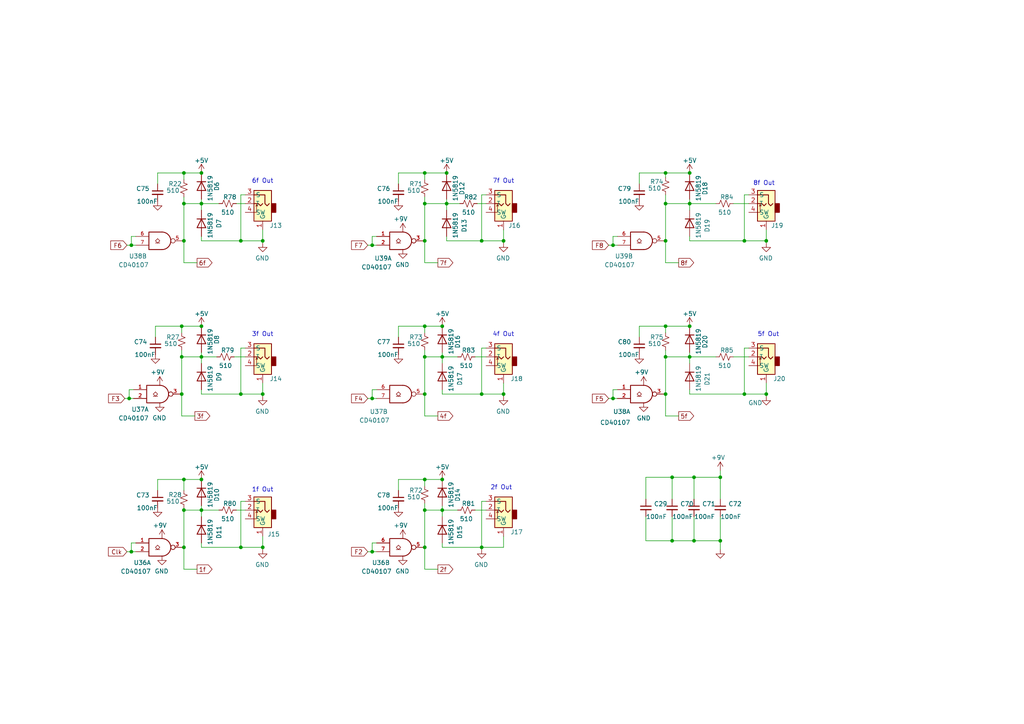
<source format=kicad_sch>
(kicad_sch (version 20211123) (generator eeschema)
  (paper "A4")
  (lib_symbols
    (symbol "Device:C_Small" (pin_numbers hide) (pin_names (offset 0.254) hide)
      (property "Reference" "C" (at 0.254 1.778 0))
      (property "Value" "C_Small" (at 0.254 -2.032 0))
      (symbol "C_Small_0_1"
        (polyline (pts (xy -1.524 -0.508) (xy 1.524 -0.508)) (stroke (width 0.3302)))
        (polyline (pts (xy -1.524 0.508) (xy 1.524 0.508)) (stroke (width 0.3048)))
      )
      (symbol "C_Small_1_1"
        (pin passive line (at 0 2.54 270) (length 2.032) (name "~") (number "1"))
        (pin passive line (at 0 -2.54 90) (length 2.032) (name "~") (number "2"))
      )
    )
    (symbol "Device:R_Small_US" (pin_numbers hide) (pin_names (offset 0.254) hide)
      (property "Reference" "R" (at 0.762 0.508 0))
      (property "Value" "R_Small_US" (at 0.762 -1.016 0))
      (symbol "R_Small_US_1_1"
        (polyline (pts (xy 0 0) (xy 1.016 -0.381) (xy 0 -0.762) (xy -1.016 -1.143) (xy 0 -1.524)))
        (polyline (pts (xy 0 1.524) (xy 1.016 1.143) (xy 0 0.762) (xy -1.016 0.381) (xy 0 0)))
        (pin passive line (at 0 2.54 270) (length 1.016) (name "~") (number "1"))
        (pin passive line (at 0 -2.54 90) (length 1.016) (name "~") (number "2"))
      )
    )
    (symbol "Diode:1N4148" (pin_numbers hide) (pin_names (offset 1.016) hide)
      (property "Reference" "D" (at 0 2.54 0))
      (property "Value" "1N4148" (at 0 -2.54 0))
      (symbol "1N4148_0_1"
        (polyline (pts (xy -1.27 1.27) (xy -1.27 -1.27)) (stroke (width 0.254)))
        (polyline (pts (xy 1.27 0) (xy -1.27 0)))
        (polyline (pts (xy 1.27 1.27) (xy 1.27 -1.27) (xy -1.27 0) (xy 1.27 1.27)) (stroke (width 0.254)))
      )
      (symbol "1N4148_1_1"
        (pin passive line (at -3.81 0 0) (length 2.54) (name "K") (number "1"))
        (pin passive line (at 3.81 0 180) (length 2.54) (name "A") (number "2"))
      )
    )
    (symbol "greenface-symbols:CD40107" (pin_names (offset 1.016))
      (property "Reference" "U" (at -2.54 3.81 0))
      (property "Value" "CD40107" (at 0 -3.81 0))
      (symbol "CD40107_0_1"
        (arc (start 0 -2.54) (mid 2.54 0) (end 0 2.54) (stroke (width 0.254)))
        (polyline (pts (xy -1.905 -0.635) (xy -0.635 -0.635)))
        (polyline (pts (xy 0 -2.54) (xy -3.81 -2.54) (xy -3.81 2.54) (xy 0 2.54)) (stroke (width 0.254)))
        (polyline (pts (xy -1.27 0.635) (xy -1.905 0) (xy -1.27 -0.635) (xy -0.635 0) (xy -1.27 0.635)))
        (pin power_in line (at 0 -2.54 270) (length 0) hide (name "GND") (number "4"))
        (pin power_in line (at 0 2.54 90) (length 0) hide (name "VCC") (number "8"))
      )
      (symbol "CD40107_1_1"
        (pin input line (at -7.62 1.27 0) (length 3.81) (name "~") (number "1"))
        (pin input line (at -7.62 -1.27 0) (length 3.81) (name "~") (number "2"))
        (pin open_collector inverted (at 6.35 0 180) (length 3.81) (name "~") (number "3"))
      )
      (symbol "CD40107_2_1"
        (pin open_collector inverted (at 6.35 0 180) (length 3.81) (name "~") (number "5"))
        (pin input line (at -7.62 1.27 0) (length 3.81) (name "~") (number "6"))
        (pin input line (at -7.62 -1.27 0) (length 3.81) (name "~") (number "7"))
      )
    )
    (symbol "greenface-symbols:Molex_47257"
      (property "Reference" "J" (at 0 8.89 0))
      (property "Value" "Molex_47257" (at 0 6.35 0))
      (symbol "Molex_47257_0_1"
        (rectangle (start -2.54 0) (end -3.81 -2.54) (stroke (width 0.254)) (fill (type outline)))
        (polyline (pts (xy 1.778 -0.254) (xy 2.032 -0.762)))
        (polyline (pts (xy 0 0) (xy 0.635 -0.635) (xy 1.27 0) (xy 2.54 0)) (stroke (width 0.254)))
        (polyline (pts (xy 2.54 -2.54) (xy 1.778 -2.54) (xy 1.778 -0.254) (xy 1.524 -0.762)))
        (polyline (pts (xy 2.54 2.54) (xy -0.635 2.54) (xy -0.635 0) (xy -1.27 -0.635) (xy -1.905 0)) (stroke (width 0.254)))
        (rectangle (start 2.54 3.81) (end -2.54 -5.08) (stroke (width 0.254)) (fill (type background)))
      )
      (symbol "Molex_47257_1_1"
        (pin passive line (at 0 -7.62 90) (length 2.54) (name "G") (number "1"))
        (pin passive line (at 5.08 0 180) (length 2.54) (name "T") (number "2"))
        (pin passive line (at 5.08 2.54 180) (length 2.54) (name "S") (number "3"))
        (pin passive line (at 5.08 -2.54 180) (length 2.54) (name "SW") (number "4"))
      )
    )
    (symbol "power:+5V" (power) (pin_names (offset 0))
      (property "Value" "+5V" (at 0 3.556 0))
      (symbol "+5V_0_1"
        (polyline (pts (xy -0.762 1.27) (xy 0 2.54)))
        (polyline (pts (xy 0 0) (xy 0 2.54)))
        (polyline (pts (xy 0 2.54) (xy 0.762 1.27)))
      )
      (symbol "+5V_1_1"
        (pin power_in line (at 0 0 90) (length 0) hide (name "+5V") (number "1"))
      )
    )
    (symbol "power:+9V" (power) (pin_names (offset 0))
      (property "Value" "+9V" (at 0 3.556 0))
      (symbol "+9V_0_1"
        (polyline (pts (xy -0.762 1.27) (xy 0 2.54)))
        (polyline (pts (xy 0 0) (xy 0 2.54)))
        (polyline (pts (xy 0 2.54) (xy 0.762 1.27)))
      )
      (symbol "+9V_1_1"
        (pin power_in line (at 0 0 90) (length 0) hide (name "+9V") (number "1"))
      )
    )
    (symbol "power:GND" (power) (pin_names (offset 0))
      (property "Value" "GND" (at 0 -3.81 0))
      (symbol "GND_0_1"
        (polyline (pts (xy 0 0) (xy 0 -1.27) (xy 1.27 -1.27) (xy 0 -2.54) (xy -1.27 -1.27) (xy 0 -1.27)))
      )
      (symbol "GND_1_1"
        (pin power_in line (at 0 0 270) (length 0) hide (name "GND") (number "1"))
      )
    )
  )
  (junction (at 38.1 160.02))
  (junction (at 193.04 69.85))
  (junction (at 58.42 103.505))
  (junction (at 208.915 156.845))
  (junction (at 193.04 103.505))
  (junction (at 193.04 94.615))
  (junction (at 52.705 114.3))
  (junction (at 38.1 71.12))
  (junction (at 123.19 139.065))
  (junction (at 107.95 160.02))
  (junction (at 76.2 158.75))
  (junction (at 123.19 69.85))
  (junction (at 200.025 50.165))
  (junction (at 58.42 59.055))
  (junction (at 53.34 139.065))
  (junction (at 222.25 69.85))
  (junction (at 123.19 50.165))
  (junction (at 200.025 103.505))
  (junction (at 194.945 138.43))
  (junction (at 123.19 147.955))
  (junction (at 146.05 114.3))
  (junction (at 69.85 158.75))
  (junction (at 139.7 158.75))
  (junction (at 52.705 103.505))
  (junction (at 177.8 115.57))
  (junction (at 58.42 139.065))
  (junction (at 193.04 114.3))
  (junction (at 128.27 103.505))
  (junction (at 37.465 115.57))
  (junction (at 129.54 50.165))
  (junction (at 139.7 114.3))
  (junction (at 58.42 50.165))
  (junction (at 53.34 59.055))
  (junction (at 200.025 94.615))
  (junction (at 123.19 59.055))
  (junction (at 123.19 103.505))
  (junction (at 53.34 50.165))
  (junction (at 53.34 147.955))
  (junction (at 193.04 50.165))
  (junction (at 123.19 158.75))
  (junction (at 129.54 59.055))
  (junction (at 58.42 94.615))
  (junction (at 208.915 138.43))
  (junction (at 52.705 94.615))
  (junction (at 58.42 147.955))
  (junction (at 194.945 156.845))
  (junction (at 53.34 69.85))
  (junction (at 107.95 71.12))
  (junction (at 76.2 114.3))
  (junction (at 201.295 138.43))
  (junction (at 215.9 114.3))
  (junction (at 128.27 147.955))
  (junction (at 200.025 59.055))
  (junction (at 107.95 115.57))
  (junction (at 69.85 69.85))
  (junction (at 177.8 71.12))
  (junction (at 69.85 114.3))
  (junction (at 146.05 69.85))
  (junction (at 123.19 114.3))
  (junction (at 193.04 59.055))
  (junction (at 215.9 69.85))
  (junction (at 76.2 69.85))
  (junction (at 53.34 158.75))
  (junction (at 201.295 156.845))
  (junction (at 128.27 94.615))
  (junction (at 139.7 69.85))
  (junction (at 128.27 139.065))
  (junction (at 222.25 114.3))
  (junction (at 123.19 94.615))
  (wire (pts (xy 193.04 101.6) (xy 193.04 103.505)))
  (wire (pts (xy 115.57 97.79) (xy 115.57 94.615)))
  (wire (pts (xy 200.025 114.3) (xy 215.9 114.3)))
  (wire (pts (xy 39.37 157.48) (xy 38.1 157.48)))
  (wire (pts (xy 123.19 165.1) (xy 123.19 158.75)))
  (wire (pts (xy 76.2 69.85) (xy 76.2 70.485)))
  (wire (pts (xy 177.8 113.03) (xy 177.8 115.57)))
  (wire (pts (xy 222.25 69.85) (xy 222.25 70.485)))
  (wire (pts (xy 179.07 68.58) (xy 177.8 68.58)))
  (wire (pts (xy 129.54 59.055) (xy 133.35 59.055)))
  (wire (pts (xy 45.72 50.165) (xy 53.34 50.165)))
  (wire (pts (xy 200.025 103.505) (xy 207.645 103.505)))
  (wire (pts (xy 128.27 102.235) (xy 128.27 103.505)))
  (wire (pts (xy 71.12 56.515) (xy 69.85 56.515)))
  (wire (pts (xy 45.72 53.34) (xy 45.72 50.165)))
  (wire (pts (xy 146.05 66.675) (xy 146.05 69.85)))
  (wire (pts (xy 128.27 103.505) (xy 132.715 103.505)))
  (wire (pts (xy 196.85 76.2) (xy 193.04 76.2)))
  (wire (pts (xy 58.42 158.75) (xy 69.85 158.75)))
  (wire (pts (xy 123.19 103.505) (xy 128.27 103.505)))
  (wire (pts (xy 128.27 103.505) (xy 128.27 105.41)))
  (wire (pts (xy 52.705 103.505) (xy 52.705 114.3)))
  (wire (pts (xy 58.42 69.85) (xy 69.85 69.85)))
  (wire (pts (xy 123.19 140.97) (xy 123.19 139.065)))
  (wire (pts (xy 69.85 114.3) (xy 76.2 114.3)))
  (wire (pts (xy 215.9 69.85) (xy 222.25 69.85)))
  (wire (pts (xy 201.295 156.845) (xy 208.915 156.845)))
  (wire (pts (xy 115.57 142.24) (xy 115.57 139.065)))
  (wire (pts (xy 38.1 160.02) (xy 39.37 160.02)))
  (wire (pts (xy 222.25 114.3) (xy 222.25 114.935)))
  (wire (pts (xy 53.34 50.165) (xy 58.42 50.165)))
  (wire (pts (xy 123.19 94.615) (xy 128.27 94.615)))
  (wire (pts (xy 45.72 139.065) (xy 53.34 139.065)))
  (wire (pts (xy 68.58 59.055) (xy 71.12 59.055)))
  (wire (pts (xy 53.34 59.055) (xy 58.42 59.055)))
  (wire (pts (xy 58.42 147.955) (xy 63.5 147.955)))
  (wire (pts (xy 127 76.2) (xy 123.19 76.2)))
  (wire (pts (xy 215.9 114.3) (xy 222.25 114.3)))
  (wire (pts (xy 128.27 113.03) (xy 128.27 114.3)))
  (wire (pts (xy 109.22 113.03) (xy 107.95 113.03)))
  (wire (pts (xy 58.42 146.685) (xy 58.42 147.955)))
  (wire (pts (xy 193.04 50.165) (xy 200.025 50.165)))
  (wire (pts (xy 212.725 103.505) (xy 217.17 103.505)))
  (wire (pts (xy 38.1 68.58) (xy 38.1 71.12)))
  (wire (pts (xy 127 120.65) (xy 123.19 120.65)))
  (wire (pts (xy 38.1 157.48) (xy 38.1 160.02)))
  (wire (pts (xy 215.9 56.515) (xy 215.9 69.85)))
  (wire (pts (xy 177.8 71.12) (xy 179.07 71.12)))
  (wire (pts (xy 200.025 69.85) (xy 215.9 69.85)))
  (wire (pts (xy 146.05 69.85) (xy 146.05 70.485)))
  (wire (pts (xy 201.295 149.86) (xy 201.295 156.845)))
  (wire (pts (xy 76.2 111.125) (xy 76.2 114.3)))
  (wire (pts (xy 69.85 100.965) (xy 69.85 114.3)))
  (wire (pts (xy 193.04 51.435) (xy 193.04 50.165)))
  (wire (pts (xy 139.7 114.3) (xy 146.05 114.3)))
  (wire (pts (xy 58.42 114.3) (xy 69.85 114.3)))
  (wire (pts (xy 128.27 147.955) (xy 132.715 147.955)))
  (wire (pts (xy 58.42 157.48) (xy 58.42 158.75)))
  (wire (pts (xy 193.04 59.055) (xy 193.04 69.85)))
  (wire (pts (xy 37.465 115.57) (xy 38.735 115.57)))
  (wire (pts (xy 193.04 120.65) (xy 193.04 114.3)))
  (wire (pts (xy 53.34 147.955) (xy 58.42 147.955)))
  (wire (pts (xy 69.85 69.85) (xy 76.2 69.85)))
  (wire (pts (xy 200.025 103.505) (xy 200.025 105.41)))
  (wire (pts (xy 185.42 94.615) (xy 193.04 94.615)))
  (wire (pts (xy 193.04 56.515) (xy 193.04 59.055)))
  (wire (pts (xy 139.7 69.85) (xy 146.05 69.85)))
  (wire (pts (xy 123.19 147.955) (xy 128.27 147.955)))
  (wire (pts (xy 208.915 136.525) (xy 208.915 138.43)))
  (wire (pts (xy 67.945 103.505) (xy 71.12 103.505)))
  (wire (pts (xy 215.9 100.965) (xy 215.9 114.3)))
  (wire (pts (xy 123.19 50.165) (xy 129.54 50.165)))
  (wire (pts (xy 123.19 139.065) (xy 128.27 139.065)))
  (wire (pts (xy 53.34 165.1) (xy 53.34 158.75)))
  (wire (pts (xy 200.025 68.58) (xy 200.025 69.85)))
  (wire (pts (xy 58.42 59.055) (xy 63.5 59.055)))
  (wire (pts (xy 123.19 59.055) (xy 123.19 69.85)))
  (wire (pts (xy 200.025 102.235) (xy 200.025 103.505)))
  (wire (pts (xy 138.43 59.055) (xy 140.97 59.055)))
  (wire (pts (xy 53.34 147.32) (xy 53.34 147.955)))
  (wire (pts (xy 58.42 68.58) (xy 58.42 69.85)))
  (wire (pts (xy 128.27 157.48) (xy 128.27 158.75)))
  (wire (pts (xy 57.15 76.2) (xy 53.34 76.2)))
  (wire (pts (xy 69.85 56.515) (xy 69.85 69.85)))
  (wire (pts (xy 37.465 113.03) (xy 37.465 115.57)))
  (wire (pts (xy 38.1 71.12) (xy 39.37 71.12)))
  (wire (pts (xy 106.68 115.57) (xy 107.95 115.57)))
  (wire (pts (xy 201.295 138.43) (xy 201.295 144.78)))
  (wire (pts (xy 45.085 94.615) (xy 52.705 94.615)))
  (wire (pts (xy 53.34 57.15) (xy 53.34 59.055)))
  (wire (pts (xy 128.27 114.3) (xy 139.7 114.3)))
  (wire (pts (xy 201.295 138.43) (xy 208.915 138.43)))
  (wire (pts (xy 53.34 142.24) (xy 53.34 139.065)))
  (wire (pts (xy 71.12 145.415) (xy 69.85 145.415)))
  (wire (pts (xy 57.15 165.1) (xy 53.34 165.1)))
  (wire (pts (xy 179.07 113.03) (xy 177.8 113.03)))
  (wire (pts (xy 68.58 147.955) (xy 71.12 147.955)))
  (wire (pts (xy 208.915 149.86) (xy 208.915 156.845)))
  (wire (pts (xy 53.34 139.065) (xy 58.42 139.065)))
  (wire (pts (xy 53.34 76.2) (xy 53.34 69.85)))
  (wire (pts (xy 217.17 100.965) (xy 215.9 100.965)))
  (wire (pts (xy 222.25 66.675) (xy 222.25 69.85)))
  (wire (pts (xy 76.2 66.675) (xy 76.2 69.85)))
  (wire (pts (xy 52.705 120.65) (xy 52.705 114.3)))
  (wire (pts (xy 194.945 149.86) (xy 194.945 156.845)))
  (wire (pts (xy 187.325 149.86) (xy 187.325 156.845)))
  (wire (pts (xy 58.42 103.505) (xy 58.42 105.41)))
  (wire (pts (xy 177.8 115.57) (xy 179.07 115.57)))
  (wire (pts (xy 123.19 52.07) (xy 123.19 50.165)))
  (wire (pts (xy 187.325 156.845) (xy 194.945 156.845)))
  (wire (pts (xy 129.54 57.785) (xy 129.54 59.055)))
  (wire (pts (xy 208.915 138.43) (xy 208.915 144.78)))
  (wire (pts (xy 58.42 147.955) (xy 58.42 149.86)))
  (wire (pts (xy 194.945 138.43) (xy 194.945 144.78)))
  (wire (pts (xy 52.705 96.52) (xy 52.705 94.615)))
  (wire (pts (xy 107.95 157.48) (xy 107.95 160.02)))
  (wire (pts (xy 38.735 113.03) (xy 37.465 113.03)))
  (wire (pts (xy 222.25 111.125) (xy 222.25 114.3)))
  (wire (pts (xy 123.19 57.15) (xy 123.19 59.055)))
  (wire (pts (xy 36.83 160.02) (xy 38.1 160.02)))
  (wire (pts (xy 139.7 158.75) (xy 139.7 159.385)))
  (wire (pts (xy 123.19 76.2) (xy 123.19 69.85)))
  (wire (pts (xy 107.95 71.12) (xy 109.22 71.12)))
  (wire (pts (xy 115.57 53.34) (xy 115.57 50.165)))
  (wire (pts (xy 39.37 68.58) (xy 38.1 68.58)))
  (wire (pts (xy 137.795 103.505) (xy 140.97 103.505)))
  (wire (pts (xy 52.705 103.505) (xy 58.42 103.505)))
  (wire (pts (xy 129.54 69.85) (xy 139.7 69.85)))
  (wire (pts (xy 140.97 100.965) (xy 139.7 100.965)))
  (wire (pts (xy 115.57 50.165) (xy 123.19 50.165)))
  (wire (pts (xy 123.19 146.05) (xy 123.19 147.955)))
  (wire (pts (xy 200.025 113.03) (xy 200.025 114.3)))
  (wire (pts (xy 193.04 76.2) (xy 193.04 69.85)))
  (wire (pts (xy 127 165.1) (xy 123.19 165.1)))
  (wire (pts (xy 185.42 50.165) (xy 193.04 50.165)))
  (wire (pts (xy 106.68 71.12) (xy 107.95 71.12)))
  (wire (pts (xy 123.19 103.505) (xy 123.19 114.3)))
  (wire (pts (xy 139.7 100.965) (xy 139.7 114.3)))
  (wire (pts (xy 128.27 158.75) (xy 139.7 158.75)))
  (wire (pts (xy 53.34 147.955) (xy 53.34 158.75)))
  (wire (pts (xy 76.2 114.3) (xy 76.2 114.935)))
  (wire (pts (xy 208.915 156.845) (xy 208.915 159.385)))
  (wire (pts (xy 185.42 97.79) (xy 185.42 94.615)))
  (wire (pts (xy 140.97 56.515) (xy 139.7 56.515)))
  (wire (pts (xy 137.795 147.955) (xy 140.97 147.955)))
  (wire (pts (xy 129.54 68.58) (xy 129.54 69.85)))
  (wire (pts (xy 139.7 145.415) (xy 139.7 158.75)))
  (wire (pts (xy 140.97 145.415) (xy 139.7 145.415)))
  (wire (pts (xy 109.22 68.58) (xy 107.95 68.58)))
  (wire (pts (xy 76.2 158.75) (xy 76.2 159.385)))
  (wire (pts (xy 107.95 160.02) (xy 109.22 160.02)))
  (wire (pts (xy 106.68 160.02) (xy 107.95 160.02)))
  (wire (pts (xy 177.8 68.58) (xy 177.8 71.12)))
  (wire (pts (xy 107.95 115.57) (xy 109.22 115.57)))
  (wire (pts (xy 187.325 138.43) (xy 187.325 144.78)))
  (wire (pts (xy 69.85 145.415) (xy 69.85 158.75)))
  (wire (pts (xy 128.27 147.955) (xy 128.27 149.86)))
  (wire (pts (xy 146.05 114.3) (xy 146.05 114.935)))
  (wire (pts (xy 193.04 94.615) (xy 200.025 94.615)))
  (wire (pts (xy 146.05 155.575) (xy 146.05 158.75)))
  (wire (pts (xy 187.325 138.43) (xy 194.945 138.43)))
  (wire (pts (xy 58.42 59.055) (xy 58.42 60.96)))
  (wire (pts (xy 193.04 103.505) (xy 193.04 114.3)))
  (wire (pts (xy 107.95 113.03) (xy 107.95 115.57)))
  (wire (pts (xy 71.12 100.965) (xy 69.85 100.965)))
  (wire (pts (xy 217.17 56.515) (xy 215.9 56.515)))
  (wire (pts (xy 52.705 101.6) (xy 52.705 103.505)))
  (wire (pts (xy 139.7 56.515) (xy 139.7 69.85)))
  (wire (pts (xy 115.57 139.065) (xy 123.19 139.065)))
  (wire (pts (xy 176.53 71.12) (xy 177.8 71.12)))
  (wire (pts (xy 123.19 59.055) (xy 129.54 59.055)))
  (wire (pts (xy 58.42 102.235) (xy 58.42 103.505)))
  (wire (pts (xy 196.85 120.65) (xy 193.04 120.65)))
  (wire (pts (xy 53.34 59.055) (xy 53.34 69.85)))
  (wire (pts (xy 52.705 94.615) (xy 58.42 94.615)))
  (wire (pts (xy 193.04 103.505) (xy 200.025 103.505)))
  (wire (pts (xy 45.085 97.79) (xy 45.085 94.615)))
  (wire (pts (xy 200.025 59.055) (xy 200.025 60.96)))
  (wire (pts (xy 193.04 59.055) (xy 200.025 59.055)))
  (wire (pts (xy 123.19 120.65) (xy 123.19 114.3)))
  (wire (pts (xy 185.42 53.34) (xy 185.42 50.165)))
  (wire (pts (xy 128.27 146.685) (xy 128.27 147.955)))
  (wire (pts (xy 212.725 59.055) (xy 217.17 59.055)))
  (wire (pts (xy 109.22 157.48) (xy 107.95 157.48)))
  (wire (pts (xy 76.2 155.575) (xy 76.2 158.75)))
  (wire (pts (xy 129.54 59.055) (xy 129.54 60.96)))
  (wire (pts (xy 176.53 115.57) (xy 177.8 115.57)))
  (wire (pts (xy 115.57 94.615) (xy 123.19 94.615)))
  (wire (pts (xy 194.945 138.43) (xy 201.295 138.43)))
  (wire (pts (xy 58.42 57.785) (xy 58.42 59.055)))
  (wire (pts (xy 200.025 59.055) (xy 207.645 59.055)))
  (wire (pts (xy 194.945 156.845) (xy 201.295 156.845)))
  (wire (pts (xy 36.83 71.12) (xy 38.1 71.12)))
  (wire (pts (xy 58.42 103.505) (xy 62.865 103.505)))
  (wire (pts (xy 123.19 96.52) (xy 123.19 94.615)))
  (wire (pts (xy 200.025 57.785) (xy 200.025 59.055)))
  (wire (pts (xy 193.04 96.52) (xy 193.04 94.615)))
  (wire (pts (xy 139.7 158.75) (xy 146.05 158.75)))
  (wire (pts (xy 45.72 142.24) (xy 45.72 139.065)))
  (wire (pts (xy 107.95 68.58) (xy 107.95 71.12)))
  (wire (pts (xy 123.19 147.955) (xy 123.19 158.75)))
  (wire (pts (xy 123.19 101.6) (xy 123.19 103.505)))
  (wire (pts (xy 69.85 158.75) (xy 76.2 158.75)))
  (wire (pts (xy 56.515 120.65) (xy 52.705 120.65)))
  (wire (pts (xy 146.05 111.125) (xy 146.05 114.3)))
  (wire (pts (xy 58.42 113.03) (xy 58.42 114.3)))
  (wire (pts (xy 53.34 52.07) (xy 53.34 50.165)))
  (wire (pts (xy 36.195 115.57) (xy 37.465 115.57)))
  (text "5f Out" (at 219.71 97.79 0) (effects (font (size 1.27 1.27)) (justify left bottom)))
  (text "6f Out" (at 73.025 53.34 0) (effects (font (size 1.27 1.27)) (justify left bottom)))
  (text "2f Out" (at 142.24 142.24 0) (effects (font (size 1.27 1.27)) (justify left bottom)))
  (text "8f Out" (at 218.44 53.975 0) (effects (font (size 1.27 1.27)) (justify left bottom)))
  (text "4f Out" (at 142.875 97.79 0) (effects (font (size 1.27 1.27)) (justify left bottom)))
  (text "3f Out" (at 73.025 97.79 0) (effects (font (size 1.27 1.27)) (justify left bottom)))
  (text "1f Out" (at 73.025 142.875 0) (effects (font (size 1.27 1.27)) (justify left bottom)))
  (text "7f Out" (at 142.875 53.34 0) (effects (font (size 1.27 1.27)) (justify left bottom)))
  (global_label "F5" (shape input) (at 176.53 115.57 180) (property "Intersheet References" "${INTERSHEET_REFS}" (effects hide)))
  (global_label "F3" (shape input) (at 36.195 115.57 180) (property "Intersheet References" "${INTERSHEET_REFS}" (effects hide)))
  (global_label "6f" (shape output) (at 57.15 76.2 0) (property "Intersheet References" "${INTERSHEET_REFS}" (effects hide)))
  (global_label "F6" (shape input) (at 36.83 71.12 180) (property "Intersheet References" "${INTERSHEET_REFS}" (effects hide)))
  (global_label "5f" (shape output) (at 196.85 120.65 0) (property "Intersheet References" "${INTERSHEET_REFS}" (effects hide)))
  (global_label "2f" (shape output) (at 127 165.1 0) (property "Intersheet References" "${INTERSHEET_REFS}" (effects hide)))
  (global_label "4f" (shape output) (at 127 120.65 0) (property "Intersheet References" "${INTERSHEET_REFS}" (effects hide)))
  (global_label "F2" (shape input) (at 106.68 160.02 180) (property "Intersheet References" "${INTERSHEET_REFS}" (effects hide)))
  (global_label "Clk" (shape input) (at 36.83 160.02 180) (property "Intersheet References" "${INTERSHEET_REFS}" (effects hide)))
  (global_label "3f" (shape output) (at 56.515 120.65 0) (property "Intersheet References" "${INTERSHEET_REFS}" (effects hide)))
  (global_label "F7" (shape input) (at 106.68 71.12 180) (property "Intersheet References" "${INTERSHEET_REFS}" (effects hide)))
  (global_label "F4" (shape input) (at 106.68 115.57 180) (property "Intersheet References" "${INTERSHEET_REFS}" (effects hide)))
  (global_label "8f" (shape output) (at 196.85 76.2 0) (property "Intersheet References" "${INTERSHEET_REFS}" (effects hide)))
  (global_label "F8" (shape input) (at 176.53 71.12 180) (property "Intersheet References" "${INTERSHEET_REFS}" (effects hide)))
  (global_label "1f" (shape output) (at 57.15 165.1 0) (property "Intersheet References" "${INTERSHEET_REFS}" (effects hide)))
  (global_label "7f" (shape output) (at 127 76.2 0) (property "Intersheet References" "${INTERSHEET_REFS}" (effects hide)))
  (symbol (lib_id "greenface-symbols:CD40107") (at 46.355 114.3 0) (unit 1)
    (property "Reference" "U37" (at 40.64 118.745 0))
    (property "Value" "CD40107" (at 38.735 121.285 0))
    (property "Footprint" "Package_SO:SOIC-8_3.9x4.9mm_P1.27mm" (effects hide))
    (property "Datasheet" "http://www.ti.com/lit/sg/scyt129e/scyt129e.pdf" (effects hide))
  )
  (symbol (lib_id "greenface-symbols:CD40107") (at 116.84 158.75 0) (unit 2)
    (property "Reference" "U36" (at 110.49 163.195 0))
    (property "Value" "CD40107" (at 109.22 165.735 0))
    (property "Footprint" "Package_SO:SOIC-8_3.9x4.9mm_P1.27mm" (effects hide))
    (property "Datasheet" "http://www.ti.com/lit/sg/scyt129e/scyt129e.pdf" (effects hide))
  )
  (symbol (lib_id "Device:R_Small_US") (at 65.405 103.505 270) (unit 1)
    (property "Reference" "R79" (at 66.04 101.6 90))
    (property "Value" "510" (at 65.405 106.045 90))
    (property "Footprint" "Resistor_SMD:R_0805_2012Metric_Pad1.20x1.40mm_HandSolder" (effects hide))
    (property "Digi-Key Part" "CRT0805-FZ-1002ELFCT-ND" (effects hide))
    (property "LCSC Part #" "C2842425" (effects hide))
  )
  (symbol (lib_id "Device:R_Small_US") (at 123.19 99.06 180) (unit 1)
    (property "Reference" "R73" (at 120.65 97.79 0))
    (property "Value" "510" (at 120.015 99.695 0))
    (property "Footprint" "Resistor_SMD:R_0805_2012Metric_Pad1.20x1.40mm_HandSolder" (effects hide))
    (property "Digi-Key Part" "PPC470W-1CT-ND" (effects hide))
    (property "LCSC Part #" "C2842425" (effects hide))
  )
  (symbol (lib_id "greenface-symbols:Molex_47257") (at 76.2 59.055 0) (mirror y) (unit 1)
    (property "Reference" "J13" (at 80.01 65.405 0))
    (property "Value" "3.5mm Jack" (effects hide))
    (property "Footprint" "sputterizer:Molex-0472570001" (effects hide))
    (property "Digi-Key Part" "WM17366-ND" (effects hide))
  )
  (symbol (lib_id "power:GND") (at 186.69 116.84 0) (mirror y) (unit 1)
    (property "Reference" "#PWR0157" (effects hide))
    (property "Value" "GND" (at 186.69 121.285 0))
  )
  (symbol (lib_id "Device:C_Small") (at 208.915 147.32 0) (unit 1)
    (property "Reference" "C72" (at 211.2518 146.1516 0) (effects (justify left)))
    (property "Value" "100nF" (at 208.915 149.86 0) (effects (justify left)))
    (property "Footprint" "Capacitor_SMD:C_0805_2012Metric_Pad1.18x1.45mm_HandSolder" (effects hide))
    (property "Datasheet" "http://datasheets.avx.com/SR-Series.pdf" (effects hide))
    (property "Digi-Key Part" "478-10836-1-ND" (effects hide))
    (property "LCSC Part #" "C49678" (effects hide))
  )
  (symbol (lib_id "Diode:1N4148") (at 58.42 142.875 270) (unit 1)
    (property "Reference" "D10" (at 62.865 141.605 0) (effects (justify left)))
    (property "Value" "1N5819" (at 60.96 139.7 0) (effects (justify left)))
    (property "Footprint" "Diode_SMD:D_0805_2012Metric_Pad1.15x1.40mm_HandSolder" (effects hide))
    (property "Digi-Key Part" "478-7800-1-ND" (effects hide))
    (property "LCSC Part #" "C191023" (effects hide))
  )
  (symbol (lib_id "Device:R_Small_US") (at 66.04 59.055 270) (unit 1)
    (property "Reference" "R78" (at 66.675 57.15 90))
    (property "Value" "510" (at 66.04 61.595 90))
    (property "Footprint" "Resistor_SMD:R_0805_2012Metric_Pad1.20x1.40mm_HandSolder" (effects hide))
    (property "Digi-Key Part" "CRT0805-FZ-1002ELFCT-ND" (effects hide))
    (property "LCSC Part #" "C2842425" (effects hide))
  )
  (symbol (lib_id "Device:C_Small") (at 115.57 100.33 0) (mirror y) (unit 1)
    (property "Reference" "C77" (at 113.2332 99.1616 0) (effects (justify left)))
    (property "Value" "100nF" (at 115.57 102.87 0) (effects (justify left)))
    (property "Footprint" "Capacitor_SMD:C_0805_2012Metric_Pad1.18x1.45mm_HandSolder" (effects hide))
    (property "Datasheet" "http://datasheets.avx.com/SR-Series.pdf" (effects hide))
    (property "Digi-Key Part" "478-10836-1-ND" (effects hide))
    (property "LCSC Part #" "C49678" (effects hide))
  )
  (symbol (lib_id "power:+5V") (at 200.025 94.615 0) (unit 1)
    (property "Reference" "#PWR0165" (effects hide))
    (property "Value" "+5V" (at 200.025 91.0105 0))
  )
  (symbol (lib_id "Device:C_Small") (at 45.085 100.33 0) (mirror y) (unit 1)
    (property "Reference" "C74" (at 42.7482 99.1616 0) (effects (justify left)))
    (property "Value" "100nF" (at 45.085 102.87 0) (effects (justify left)))
    (property "Footprint" "Capacitor_SMD:C_0805_2012Metric_Pad1.18x1.45mm_HandSolder" (effects hide))
    (property "Datasheet" "http://datasheets.avx.com/SR-Series.pdf" (effects hide))
    (property "Digi-Key Part" "478-10836-1-ND" (effects hide))
    (property "LCSC Part #" "C49678" (effects hide))
  )
  (symbol (lib_id "power:GND") (at 146.05 70.485 0) (mirror y) (unit 1)
    (property "Reference" "#PWR0159" (effects hide))
    (property "Value" "GND" (at 145.923 74.8792 0))
  )
  (symbol (lib_id "Device:C_Small") (at 185.42 100.33 0) (mirror y) (unit 1)
    (property "Reference" "C80" (at 183.0832 99.1616 0) (effects (justify left)))
    (property "Value" "100nF" (at 185.42 102.87 0) (effects (justify left)))
    (property "Footprint" "Capacitor_SMD:C_0805_2012Metric_Pad1.18x1.45mm_HandSolder" (effects hide))
    (property "Datasheet" "http://datasheets.avx.com/SR-Series.pdf" (effects hide))
    (property "Digi-Key Part" "478-10836-1-ND" (effects hide))
    (property "LCSC Part #" "C49678" (effects hide))
  )
  (symbol (lib_id "greenface-symbols:Molex_47257") (at 76.2 147.955 0) (mirror y) (unit 1)
    (property "Reference" "J15" (at 79.375 154.94 0))
    (property "Value" "3.5mm Jack" (effects hide))
    (property "Footprint" "sputterizer:Molex-0472570001" (effects hide))
    (property "Digi-Key Part" "WM17366-ND" (effects hide))
  )
  (symbol (lib_id "power:+5V") (at 58.42 139.065 0) (unit 1)
    (property "Reference" "#PWR0141" (effects hide))
    (property "Value" "+5V" (at 58.42 135.4605 0))
  )
  (symbol (lib_id "power:+9V") (at 208.915 136.525 0) (unit 1)
    (property "Reference" "#PWR0164" (effects hide))
    (property "Value" "+9V" (at 208.28 132.715 0))
  )
  (symbol (lib_id "power:GND") (at 185.42 102.87 0) (mirror y) (unit 1)
    (property "Reference" "#PWR022" (effects hide))
    (property "Value" "GND" (effects hide))
  )
  (symbol (lib_id "greenface-symbols:CD40107") (at 46.99 158.75 0) (unit 1)
    (property "Reference" "U36" (at 41.275 163.195 0))
    (property "Value" "CD40107" (at 39.37 165.735 0))
    (property "Footprint" "Package_SO:SOIC-8_3.9x4.9mm_P1.27mm" (effects hide))
    (property "Datasheet" "http://www.ti.com/lit/sg/scyt129e/scyt129e.pdf" (effects hide))
  )
  (symbol (lib_id "power:+9V") (at 116.84 156.21 0) (unit 1)
    (property "Reference" "#PWR0152" (effects hide))
    (property "Value" "+9V" (at 116.205 152.4 0))
  )
  (symbol (lib_id "Device:R_Small_US") (at 193.04 53.975 180) (unit 1)
    (property "Reference" "R74" (at 190.5 52.705 0))
    (property "Value" "510" (at 189.865 54.61 0))
    (property "Footprint" "Resistor_SMD:R_0805_2012Metric_Pad1.20x1.40mm_HandSolder" (effects hide))
    (property "Digi-Key Part" "PPC470W-1CT-ND" (effects hide))
    (property "LCSC Part #" "C2842425" (effects hide))
  )
  (symbol (lib_id "greenface-symbols:CD40107") (at 116.84 114.3 0) (unit 2)
    (property "Reference" "U37" (at 109.855 119.38 0))
    (property "Value" "CD40107" (at 108.585 121.92 0))
    (property "Footprint" "Package_SO:SOIC-8_3.9x4.9mm_P1.27mm" (effects hide))
    (property "Datasheet" "http://www.ti.com/lit/sg/scyt129e/scyt129e.pdf" (effects hide))
  )
  (symbol (lib_id "Diode:1N4148") (at 58.42 53.975 270) (unit 1)
    (property "Reference" "D6" (at 62.865 52.705 0) (effects (justify left)))
    (property "Value" "1N5819" (at 60.96 50.8 0) (effects (justify left)))
    (property "Footprint" "Diode_SMD:D_0805_2012Metric_Pad1.15x1.40mm_HandSolder" (effects hide))
    (property "Digi-Key Part" "478-7800-1-ND" (effects hide))
    (property "LCSC Part #" "C191023" (effects hide))
  )
  (symbol (lib_id "power:GND") (at 45.72 58.42 0) (mirror y) (unit 1)
    (property "Reference" "#PWR08" (effects hide))
    (property "Value" "GND" (effects hide))
  )
  (symbol (lib_id "power:+9V") (at 116.84 67.31 0) (unit 1)
    (property "Reference" "#PWR0153" (effects hide))
    (property "Value" "+9V" (at 116.205 63.5 0))
  )
  (symbol (lib_id "power:GND") (at 46.99 161.29 0) (mirror y) (unit 1)
    (property "Reference" "#PWR0140" (effects hide))
    (property "Value" "GND" (at 46.863 165.6842 0))
  )
  (symbol (lib_id "power:+5V") (at 200.025 50.165 0) (unit 1)
    (property "Reference" "#PWR0166" (effects hide))
    (property "Value" "+5V" (at 200.025 46.5605 0))
  )
  (symbol (lib_id "Device:R_Small_US") (at 193.04 99.06 180) (unit 1)
    (property "Reference" "R75" (at 190.5 97.79 0))
    (property "Value" "510" (at 189.865 99.695 0))
    (property "Footprint" "Resistor_SMD:R_0805_2012Metric_Pad1.20x1.40mm_HandSolder" (effects hide))
    (property "Digi-Key Part" "PPC470W-1CT-ND" (effects hide))
    (property "LCSC Part #" "C2842425" (effects hide))
  )
  (symbol (lib_id "power:+5V") (at 58.42 50.165 0) (unit 1)
    (property "Reference" "#PWR0149" (effects hide))
    (property "Value" "+5V" (at 58.42 46.5605 0))
  )
  (symbol (lib_id "greenface-symbols:Molex_47257") (at 76.2 103.505 0) (mirror y) (unit 1)
    (property "Reference" "J14" (at 80.01 109.855 0))
    (property "Value" "3.5mm Jack" (effects hide))
    (property "Footprint" "sputterizer:Molex-0472570001" (effects hide))
    (property "Digi-Key Part" "WM17366-ND" (effects hide))
  )
  (symbol (lib_id "power:+9V") (at 46.355 111.76 0) (unit 1)
    (property "Reference" "#PWR0147" (effects hide))
    (property "Value" "+9V" (at 45.72 107.95 0))
  )
  (symbol (lib_id "power:GND") (at 76.2 70.485 0) (mirror y) (unit 1)
    (property "Reference" "#PWR0148" (effects hide))
    (property "Value" "GND" (at 76.073 74.8792 0))
  )
  (symbol (lib_id "power:GND") (at 208.915 159.385 0) (unit 1)
    (property "Reference" "#PWR0162" (effects hide))
    (property "Value" "GND" (effects hide))
  )
  (symbol (lib_id "power:GND") (at 139.7 159.385 0) (mirror y) (unit 1)
    (property "Reference" "#PWR0155" (effects hide))
    (property "Value" "GND" (at 139.573 163.7792 0))
  )
  (symbol (lib_id "Device:R_Small_US") (at 135.89 59.055 270) (unit 1)
    (property "Reference" "R82" (at 136.525 57.15 90))
    (property "Value" "510" (at 135.89 61.595 90))
    (property "Footprint" "Resistor_SMD:R_0805_2012Metric_Pad1.20x1.40mm_HandSolder" (effects hide))
    (property "Digi-Key Part" "CRT0805-FZ-1002ELFCT-ND" (effects hide))
    (property "LCSC Part #" "C2842425" (effects hide))
  )
  (symbol (lib_id "power:GND") (at 185.42 58.42 0) (mirror y) (unit 1)
    (property "Reference" "#PWR020" (effects hide))
    (property "Value" "GND" (effects hide))
  )
  (symbol (lib_id "Diode:1N4148") (at 58.42 64.77 270) (unit 1)
    (property "Reference" "D7" (at 63.5 63.5 0) (effects (justify left)))
    (property "Value" "1N5819" (at 60.96 61.595 0) (effects (justify left)))
    (property "Footprint" "Diode_SMD:D_0805_2012Metric_Pad1.15x1.40mm_HandSolder" (effects hide))
    (property "Digi-Key Part" "478-7800-1-ND" (effects hide))
    (property "LCSC Part #" "C191023" (effects hide))
  )
  (symbol (lib_id "power:GND") (at 222.25 70.485 0) (mirror y) (unit 1)
    (property "Reference" "#PWR0161" (effects hide))
    (property "Value" "GND" (at 222.123 74.8792 0))
  )
  (symbol (lib_id "Device:C_Small") (at 201.295 147.32 0) (unit 1)
    (property "Reference" "C71" (at 203.6318 146.1516 0) (effects (justify left)))
    (property "Value" "100nF" (at 201.295 149.86 0) (effects (justify left)))
    (property "Footprint" "Capacitor_SMD:C_0805_2012Metric_Pad1.18x1.45mm_HandSolder" (effects hide))
    (property "Datasheet" "http://datasheets.avx.com/SR-Series.pdf" (effects hide))
    (property "Digi-Key Part" "478-10836-1-ND" (effects hide))
    (property "LCSC Part #" "C49678" (effects hide))
  )
  (symbol (lib_id "Diode:1N4148") (at 128.27 153.67 270) (unit 1)
    (property "Reference" "D15" (at 133.35 152.4 0) (effects (justify left)))
    (property "Value" "1N5819" (at 130.81 150.495 0) (effects (justify left)))
    (property "Footprint" "Diode_SMD:D_0805_2012Metric_Pad1.15x1.40mm_HandSolder" (effects hide))
    (property "Digi-Key Part" "478-7800-1-ND" (effects hide))
    (property "LCSC Part #" "C191023" (effects hide))
  )
  (symbol (lib_id "power:GND") (at 45.72 147.32 0) (mirror y) (unit 1)
    (property "Reference" "#PWR0138" (effects hide))
    (property "Value" "GND" (effects hide))
  )
  (symbol (lib_id "power:+5V") (at 129.54 50.165 0) (unit 1)
    (property "Reference" "#PWR0154" (effects hide))
    (property "Value" "+5V" (at 129.54 46.5605 0))
  )
  (symbol (lib_id "power:GND") (at 115.57 58.42 0) (mirror y) (unit 1)
    (property "Reference" "#PWR011" (effects hide))
    (property "Value" "GND" (effects hide))
  )
  (symbol (lib_id "power:+5V") (at 128.27 94.615 0) (unit 1)
    (property "Reference" "#PWR0143" (effects hide))
    (property "Value" "+5V" (at 128.27 91.0105 0))
  )
  (symbol (lib_id "Device:R_Small_US") (at 53.34 144.78 180) (unit 1)
    (property "Reference" "R28" (at 50.8 143.51 0))
    (property "Value" "510" (at 50.165 145.415 0))
    (property "Footprint" "Resistor_SMD:R_0805_2012Metric_Pad1.20x1.40mm_HandSolder" (effects hide))
    (property "Digi-Key Part" "PPC470W-1CT-ND" (effects hide))
    (property "LCSC Part #" "C2842425" (effects hide))
  )
  (symbol (lib_id "greenface-symbols:Molex_47257") (at 222.25 103.505 0) (mirror y) (unit 1)
    (property "Reference" "J20" (at 226.06 109.855 0))
    (property "Value" "3.5mm Jack" (effects hide))
    (property "Footprint" "sputterizer:Molex-0472570001" (effects hide))
    (property "Digi-Key Part" "WM17366-ND" (effects hide))
  )
  (symbol (lib_id "power:GND") (at 76.2 114.935 0) (mirror y) (unit 1)
    (property "Reference" "#PWR0145" (effects hide))
    (property "Value" "GND" (at 76.073 119.3292 0))
  )
  (symbol (lib_id "Device:C_Small") (at 185.42 55.88 0) (mirror y) (unit 1)
    (property "Reference" "C79" (at 183.0832 54.7116 0) (effects (justify left)))
    (property "Value" "100nF" (at 185.42 58.42 0) (effects (justify left)))
    (property "Footprint" "Capacitor_SMD:C_0805_2012Metric_Pad1.18x1.45mm_HandSolder" (effects hide))
    (property "Datasheet" "http://datasheets.avx.com/SR-Series.pdf" (effects hide))
    (property "Digi-Key Part" "478-10836-1-ND" (effects hide))
    (property "LCSC Part #" "C49678" (effects hide))
  )
  (symbol (lib_id "greenface-symbols:CD40107") (at 116.84 69.85 0) (unit 1)
    (property "Reference" "U39" (at 111.125 74.93 0))
    (property "Value" "CD40107" (at 109.22 77.47 0))
    (property "Footprint" "Package_SO:SOIC-8_3.9x4.9mm_P1.27mm" (effects hide))
    (property "Datasheet" "http://www.ti.com/lit/sg/scyt129e/scyt129e.pdf" (effects hide))
  )
  (symbol (lib_id "Device:R_Small_US") (at 210.185 59.055 270) (unit 1)
    (property "Reference" "R84" (at 210.82 57.15 90))
    (property "Value" "510" (at 210.185 61.595 90))
    (property "Footprint" "Resistor_SMD:R_0805_2012Metric_Pad1.20x1.40mm_HandSolder" (effects hide))
    (property "Digi-Key Part" "CRT0805-FZ-1002ELFCT-ND" (effects hide))
    (property "LCSC Part #" "C2842425" (effects hide))
  )
  (symbol (lib_id "power:GND") (at 116.84 72.39 0) (mirror y) (unit 1)
    (property "Reference" "#PWR0144" (effects hide))
    (property "Value" "GND" (at 116.713 76.7842 0))
  )
  (symbol (lib_id "Device:C_Small") (at 45.72 55.88 0) (mirror y) (unit 1)
    (property "Reference" "C75" (at 43.3832 54.7116 0) (effects (justify left)))
    (property "Value" "100nF" (at 45.72 58.42 0) (effects (justify left)))
    (property "Footprint" "Capacitor_SMD:C_0805_2012Metric_Pad1.18x1.45mm_HandSolder" (effects hide))
    (property "Datasheet" "http://datasheets.avx.com/SR-Series.pdf" (effects hide))
    (property "Digi-Key Part" "478-10836-1-ND" (effects hide))
    (property "LCSC Part #" "C49678" (effects hide))
  )
  (symbol (lib_id "power:+9V") (at 46.99 156.21 0) (unit 1)
    (property "Reference" "#PWR0139" (effects hide))
    (property "Value" "+9V" (at 46.355 152.4 0))
  )
  (symbol (lib_id "power:GND") (at 115.57 102.87 0) (mirror y) (unit 1)
    (property "Reference" "#PWR017" (effects hide))
    (property "Value" "GND" (effects hide))
  )
  (symbol (lib_id "power:GND") (at 115.57 147.32 0) (mirror y) (unit 1)
    (property "Reference" "#PWR018" (effects hide))
    (property "Value" "GND" (effects hide))
  )
  (symbol (lib_id "power:GND") (at 146.05 114.935 0) (mirror y) (unit 1)
    (property "Reference" "#PWR0158" (effects hide))
    (property "Value" "GND" (at 145.923 119.3292 0))
  )
  (symbol (lib_id "Diode:1N4148") (at 200.025 98.425 270) (unit 1)
    (property "Reference" "D20" (at 204.47 97.155 0) (effects (justify left)))
    (property "Value" "1N5819" (at 202.565 95.25 0) (effects (justify left)))
    (property "Footprint" "Diode_SMD:D_0805_2012Metric_Pad1.15x1.40mm_HandSolder" (effects hide))
    (property "Digi-Key Part" "478-7800-1-ND" (effects hide))
    (property "LCSC Part #" "C191023" (effects hide))
  )
  (symbol (lib_id "Diode:1N4148") (at 129.54 64.77 270) (unit 1)
    (property "Reference" "D13" (at 134.62 63.5 0) (effects (justify left)))
    (property "Value" "1N5819" (at 132.08 61.595 0) (effects (justify left)))
    (property "Footprint" "Diode_SMD:D_0805_2012Metric_Pad1.15x1.40mm_HandSolder" (effects hide))
    (property "Digi-Key Part" "478-7800-1-ND" (effects hide))
    (property "LCSC Part #" "C191023" (effects hide))
  )
  (symbol (lib_id "Device:C_Small") (at 115.57 55.88 0) (mirror y) (unit 1)
    (property "Reference" "C76" (at 113.2332 54.7116 0) (effects (justify left)))
    (property "Value" "100nF" (at 115.57 58.42 0) (effects (justify left)))
    (property "Footprint" "Capacitor_SMD:C_0805_2012Metric_Pad1.18x1.45mm_HandSolder" (effects hide))
    (property "Datasheet" "http://datasheets.avx.com/SR-Series.pdf" (effects hide))
    (property "Digi-Key Part" "478-10836-1-ND" (effects hide))
    (property "LCSC Part #" "C49678" (effects hide))
  )
  (symbol (lib_id "Diode:1N4148") (at 58.42 98.425 270) (unit 1)
    (property "Reference" "D8" (at 62.865 97.155 0) (effects (justify left)))
    (property "Value" "1N5819" (at 60.96 95.25 0) (effects (justify left)))
    (property "Footprint" "Diode_SMD:D_0805_2012Metric_Pad1.15x1.40mm_HandSolder" (effects hide))
    (property "Digi-Key Part" "478-7800-1-ND" (effects hide))
    (property "LCSC Part #" "C191023" (effects hide))
  )
  (symbol (lib_id "Diode:1N4148") (at 58.42 109.22 270) (unit 1)
    (property "Reference" "D9" (at 63.5 107.95 0) (effects (justify left)))
    (property "Value" "1N5819" (at 60.96 106.045 0) (effects (justify left)))
    (property "Footprint" "Diode_SMD:D_0805_2012Metric_Pad1.15x1.40mm_HandSolder" (effects hide))
    (property "Digi-Key Part" "478-7800-1-ND" (effects hide))
    (property "LCSC Part #" "C191023" (effects hide))
  )
  (symbol (lib_id "Diode:1N4148") (at 200.025 53.975 270) (unit 1)
    (property "Reference" "D18" (at 204.47 52.705 0) (effects (justify left)))
    (property "Value" "1N5819" (at 202.565 50.8 0) (effects (justify left)))
    (property "Footprint" "Diode_SMD:D_0805_2012Metric_Pad1.15x1.40mm_HandSolder" (effects hide))
    (property "Digi-Key Part" "478-7800-1-ND" (effects hide))
    (property "LCSC Part #" "C191023" (effects hide))
  )
  (symbol (lib_id "power:GND") (at 222.25 114.935 0) (mirror y) (unit 1)
    (property "Reference" "#PWR0163" (effects hide))
    (property "Value" "GND" (at 219.075 116.84 0))
  )
  (symbol (lib_id "power:GND") (at 45.085 102.87 0) (mirror y) (unit 1)
    (property "Reference" "#PWR06" (effects hide))
    (property "Value" "GND" (effects hide))
  )
  (symbol (lib_id "greenface-symbols:Molex_47257") (at 222.25 59.055 0) (mirror y) (unit 1)
    (property "Reference" "J19" (at 225.425 65.405 0))
    (property "Value" "3.5mm Jack" (effects hide))
    (property "Footprint" "sputterizer:Molex-0472570001" (effects hide))
    (property "Digi-Key Part" "WM17366-ND" (effects hide))
  )
  (symbol (lib_id "greenface-symbols:Molex_47257") (at 146.05 59.055 0) (mirror y) (unit 1)
    (property "Reference" "J16" (at 149.225 65.405 0))
    (property "Value" "3.5mm Jack" (effects hide))
    (property "Footprint" "sputterizer:Molex-0472570001" (effects hide))
    (property "Digi-Key Part" "WM17366-ND" (effects hide))
  )
  (symbol (lib_id "Device:R_Small_US") (at 53.34 54.61 180) (unit 1)
    (property "Reference" "R22" (at 50.8 53.34 0))
    (property "Value" "510" (at 50.165 55.245 0))
    (property "Footprint" "Resistor_SMD:R_0805_2012Metric_Pad1.20x1.40mm_HandSolder" (effects hide))
    (property "Digi-Key Part" "PPC470W-1CT-ND" (effects hide))
    (property "LCSC Part #" "C2842425" (effects hide))
  )
  (symbol (lib_id "Device:R_Small_US") (at 66.04 147.955 270) (unit 1)
    (property "Reference" "R80" (at 66.675 146.05 90))
    (property "Value" "510" (at 66.04 150.495 90))
    (property "Footprint" "Resistor_SMD:R_0805_2012Metric_Pad1.20x1.40mm_HandSolder" (effects hide))
    (property "Digi-Key Part" "CRT0805-FZ-1002ELFCT-ND" (effects hide))
    (property "LCSC Part #" "C2842425" (effects hide))
  )
  (symbol (lib_id "power:+9V") (at 186.69 111.76 0) (unit 1)
    (property "Reference" "#PWR0160" (effects hide))
    (property "Value" "+9V" (at 186.055 107.95 0))
  )
  (symbol (lib_id "power:+5V") (at 128.27 139.065 0) (unit 1)
    (property "Reference" "#PWR0156" (effects hide))
    (property "Value" "+5V" (at 128.27 135.4605 0))
  )
  (symbol (lib_id "greenface-symbols:CD40107") (at 186.69 69.85 0) (unit 2)
    (property "Reference" "U39" (at 180.975 74.295 0))
    (property "Value" "CD40107" (at 179.705 76.835 0))
    (property "Footprint" "Package_SO:SOIC-8_3.9x4.9mm_P1.27mm" (effects hide))
    (property "Datasheet" "http://www.ti.com/lit/sg/scyt129e/scyt129e.pdf" (effects hide))
  )
  (symbol (lib_id "greenface-symbols:Molex_47257") (at 146.05 103.505 0) (mirror y) (unit 1)
    (property "Reference" "J18" (at 149.86 109.855 0))
    (property "Value" "3.5mm Jack" (effects hide))
    (property "Footprint" "sputterizer:Molex-0472570001" (effects hide))
    (property "Digi-Key Part" "WM17366-ND" (effects hide))
  )
  (symbol (lib_id "Diode:1N4148") (at 129.54 53.975 270) (unit 1)
    (property "Reference" "D12" (at 133.985 52.705 0) (effects (justify left)))
    (property "Value" "1N5819" (at 132.08 50.8 0) (effects (justify left)))
    (property "Footprint" "Diode_SMD:D_0805_2012Metric_Pad1.15x1.40mm_HandSolder" (effects hide))
    (property "Digi-Key Part" "478-7800-1-ND" (effects hide))
    (property "LCSC Part #" "C191023" (effects hide))
  )
  (symbol (lib_id "Device:R_Small_US") (at 52.705 99.06 180) (unit 1)
    (property "Reference" "R27" (at 50.165 97.79 0))
    (property "Value" "510" (at 49.53 99.695 0))
    (property "Footprint" "Resistor_SMD:R_0805_2012Metric_Pad1.20x1.40mm_HandSolder" (effects hide))
    (property "Digi-Key Part" "PPC470W-1CT-ND" (effects hide))
    (property "LCSC Part #" "C2842425" (effects hide))
  )
  (symbol (lib_id "Device:R_Small_US") (at 210.185 103.505 270) (unit 1)
    (property "Reference" "R85" (at 210.82 101.6 90))
    (property "Value" "510" (at 210.185 106.045 90))
    (property "Footprint" "Resistor_SMD:R_0805_2012Metric_Pad1.20x1.40mm_HandSolder" (effects hide))
    (property "Digi-Key Part" "CRT0805-FZ-1002ELFCT-ND" (effects hide))
    (property "LCSC Part #" "C2842425" (effects hide))
  )
  (symbol (lib_id "power:GND") (at 76.2 159.385 0) (mirror y) (unit 1)
    (property "Reference" "#PWR0151" (effects hide))
    (property "Value" "GND" (at 76.073 163.7792 0))
  )
  (symbol (lib_id "power:GND") (at 46.355 116.84 0) (mirror y) (unit 1)
    (property "Reference" "#PWR0142" (effects hide))
    (property "Value" "GND" (at 46.228 121.2342 0))
  )
  (symbol (lib_id "Device:R_Small_US") (at 123.19 143.51 180) (unit 1)
    (property "Reference" "R72" (at 120.65 142.24 0))
    (property "Value" "510" (at 120.015 144.145 0))
    (property "Footprint" "Resistor_SMD:R_0805_2012Metric_Pad1.20x1.40mm_HandSolder" (effects hide))
    (property "Digi-Key Part" "PPC470W-1CT-ND" (effects hide))
    (property "LCSC Part #" "C2842425" (effects hide))
  )
  (symbol (lib_id "Device:C_Small") (at 194.945 147.32 0) (unit 1)
    (property "Reference" "C70" (at 197.2818 146.1516 0) (effects (justify left)))
    (property "Value" "100nF" (at 194.945 149.86 0) (effects (justify left)))
    (property "Footprint" "Capacitor_SMD:C_0805_2012Metric_Pad1.18x1.45mm_HandSolder" (effects hide))
    (property "Datasheet" "http://datasheets.avx.com/SR-Series.pdf" (effects hide))
    (property "Digi-Key Part" "478-10836-1-ND" (effects hide))
    (property "LCSC Part #" "C49678" (effects hide))
  )
  (symbol (lib_id "Diode:1N4148") (at 128.27 109.22 270) (unit 1)
    (property "Reference" "D17" (at 133.35 107.95 0) (effects (justify left)))
    (property "Value" "1N5819" (at 130.81 106.045 0) (effects (justify left)))
    (property "Footprint" "Diode_SMD:D_0805_2012Metric_Pad1.15x1.40mm_HandSolder" (effects hide))
    (property "Digi-Key Part" "478-7800-1-ND" (effects hide))
    (property "LCSC Part #" "C191023" (effects hide))
  )
  (symbol (lib_id "Diode:1N4148") (at 200.025 109.22 270) (unit 1)
    (property "Reference" "D21" (at 205.105 107.95 0) (effects (justify left)))
    (property "Value" "1N5819" (at 202.565 106.045 0) (effects (justify left)))
    (property "Footprint" "Diode_SMD:D_0805_2012Metric_Pad1.15x1.40mm_HandSolder" (effects hide))
    (property "Digi-Key Part" "478-7800-1-ND" (effects hide))
    (property "LCSC Part #" "C191023" (effects hide))
  )
  (symbol (lib_id "Diode:1N4148") (at 128.27 142.875 270) (unit 1)
    (property "Reference" "D14" (at 132.715 141.605 0) (effects (justify left)))
    (property "Value" "1N5819" (at 130.81 139.7 0) (effects (justify left)))
    (property "Footprint" "Diode_SMD:D_0805_2012Metric_Pad1.15x1.40mm_HandSolder" (effects hide))
    (property "Digi-Key Part" "478-7800-1-ND" (effects hide))
    (property "LCSC Part #" "C191023" (effects hide))
  )
  (symbol (lib_id "greenface-symbols:Molex_47257") (at 146.05 147.955 0) (mirror y) (unit 1)
    (property "Reference" "J17" (at 149.86 154.305 0))
    (property "Value" "3.5mm Jack" (effects hide))
    (property "Footprint" "sputterizer:Molex-0472570001" (effects hide))
    (property "Digi-Key Part" "WM17366-ND" (effects hide))
  )
  (symbol (lib_id "Device:C_Small") (at 115.57 144.78 0) (mirror y) (unit 1)
    (property "Reference" "C78" (at 113.2332 143.6116 0) (effects (justify left)))
    (property "Value" "100nF" (at 115.57 147.32 0) (effects (justify left)))
    (property "Footprint" "Capacitor_SMD:C_0805_2012Metric_Pad1.18x1.45mm_HandSolder" (effects hide))
    (property "Datasheet" "http://datasheets.avx.com/SR-Series.pdf" (effects hide))
    (property "Digi-Key Part" "478-10836-1-ND" (effects hide))
    (property "LCSC Part #" "C49678" (effects hide))
  )
  (symbol (lib_id "Device:R_Small_US") (at 123.19 54.61 180) (unit 1)
    (property "Reference" "R71" (at 120.65 53.34 0))
    (property "Value" "510" (at 120.015 55.245 0))
    (property "Footprint" "Resistor_SMD:R_0805_2012Metric_Pad1.20x1.40mm_HandSolder" (effects hide))
    (property "Digi-Key Part" "PPC470W-1CT-ND" (effects hide))
    (property "LCSC Part #" "C2842425" (effects hide))
  )
  (symbol (lib_id "greenface-symbols:CD40107") (at 46.99 69.85 0) (unit 2)
    (property "Reference" "U38" (at 40.005 74.295 0))
    (property "Value" "CD40107" (at 38.735 76.835 0))
    (property "Footprint" "Package_SO:SOIC-8_3.9x4.9mm_P1.27mm" (effects hide))
    (property "Datasheet" "http://www.ti.com/lit/sg/scyt129e/scyt129e.pdf" (effects hide))
  )
  (symbol (lib_id "greenface-symbols:CD40107") (at 186.69 114.3 0) (unit 1)
    (property "Reference" "U38" (at 180.34 119.38 0))
    (property "Value" "CD40107" (at 178.435 122.555 0))
    (property "Footprint" "Package_SO:SOIC-8_3.9x4.9mm_P1.27mm" (effects hide))
    (property "Datasheet" "http://www.ti.com/lit/sg/scyt129e/scyt129e.pdf" (effects hide))
  )
  (symbol (lib_id "Device:C_Small") (at 45.72 144.78 0) (mirror y) (unit 1)
    (property "Reference" "C73" (at 43.3832 143.6116 0) (effects (justify left)))
    (property "Value" "100nF" (at 45.72 147.32 0) (effects (justify left)))
    (property "Footprint" "Capacitor_SMD:C_0805_2012Metric_Pad1.18x1.45mm_HandSolder" (effects hide))
    (property "Datasheet" "http://datasheets.avx.com/SR-Series.pdf" (effects hide))
    (property "Digi-Key Part" "478-10836-1-ND" (effects hide))
    (property "LCSC Part #" "C49678" (effects hide))
  )
  (symbol (lib_id "Device:R_Small_US") (at 135.255 147.955 270) (unit 1)
    (property "Reference" "R81" (at 135.89 146.05 90))
    (property "Value" "510" (at 135.255 150.495 90))
    (property "Footprint" "Resistor_SMD:R_0805_2012Metric_Pad1.20x1.40mm_HandSolder" (effects hide))
    (property "Digi-Key Part" "CRT0805-FZ-1002ELFCT-ND" (effects hide))
    (property "LCSC Part #" "C2842425" (effects hide))
  )
  (symbol (lib_id "Diode:1N4148") (at 58.42 153.67 270) (unit 1)
    (property "Reference" "D11" (at 63.5 152.4 0) (effects (justify left)))
    (property "Value" "1N5819" (at 60.96 150.495 0) (effects (justify left)))
    (property "Footprint" "Diode_SMD:D_0805_2012Metric_Pad1.15x1.40mm_HandSolder" (effects hide))
    (property "Digi-Key Part" "478-7800-1-ND" (effects hide))
    (property "LCSC Part #" "C191023" (effects hide))
  )
  (symbol (lib_id "Device:R_Small_US") (at 135.255 103.505 270) (unit 1)
    (property "Reference" "R83" (at 135.89 101.6 90))
    (property "Value" "510" (at 135.255 106.045 90))
    (property "Footprint" "Resistor_SMD:R_0805_2012Metric_Pad1.20x1.40mm_HandSolder" (effects hide))
    (property "Digi-Key Part" "CRT0805-FZ-1002ELFCT-ND" (effects hide))
    (property "LCSC Part #" "C2842425" (effects hide))
  )
  (symbol (lib_id "Diode:1N4148") (at 128.27 98.425 270) (unit 1)
    (property "Reference" "D16" (at 132.715 97.155 0) (effects (justify left)))
    (property "Value" "1N5819" (at 130.81 95.25 0) (effects (justify left)))
    (property "Footprint" "Diode_SMD:D_0805_2012Metric_Pad1.15x1.40mm_HandSolder" (effects hide))
    (property "Digi-Key Part" "478-7800-1-ND" (effects hide))
    (property "LCSC Part #" "C191023" (effects hide))
  )
  (symbol (lib_id "Diode:1N4148") (at 200.025 64.77 270) (unit 1)
    (property "Reference" "D19" (at 205.105 63.5 0) (effects (justify left)))
    (property "Value" "1N5819" (at 202.565 61.595 0) (effects (justify left)))
    (property "Footprint" "Diode_SMD:D_0805_2012Metric_Pad1.15x1.40mm_HandSolder" (effects hide))
    (property "Digi-Key Part" "478-7800-1-ND" (effects hide))
    (property "LCSC Part #" "C191023" (effects hide))
  )
  (symbol (lib_id "power:GND") (at 116.84 161.29 0) (mirror y) (unit 1)
    (property "Reference" "#PWR0150" (effects hide))
    (property "Value" "GND" (at 116.713 165.6842 0))
  )
  (symbol (lib_id "power:+5V") (at 58.42 94.615 0) (unit 1)
    (property "Reference" "#PWR0146" (effects hide))
    (property "Value" "+5V" (at 58.42 91.0105 0))
  )
  (symbol (lib_id "Device:C_Small") (at 187.325 147.32 0) (unit 1)
    (property "Reference" "C29" (at 189.6618 146.1516 0) (effects (justify left)))
    (property "Value" "100nF" (at 187.325 149.86 0) (effects (justify left)))
    (property "Footprint" "Capacitor_SMD:C_0805_2012Metric_Pad1.18x1.45mm_HandSolder" (effects hide))
    (property "Datasheet" "http://datasheets.avx.com/SR-Series.pdf" (effects hide))
    (property "Digi-Key Part" "478-10836-1-ND" (effects hide))
    (property "LCSC Part #" "C49678" (effects hide))
  )
)
</source>
